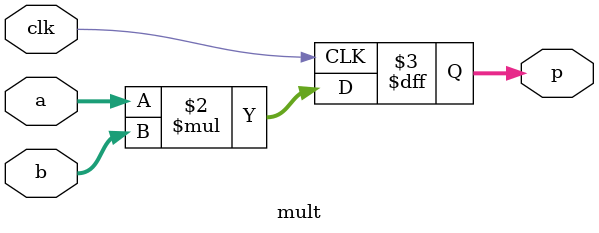
<source format=v>
module mult (
    input clk,

    input      signed [16:0] a,
    input      signed [16:0] b,
    output reg signed [33:0] p
  );

  // Behaviour
  always @(posedge clk) p <= a * b;
endmodule

</source>
